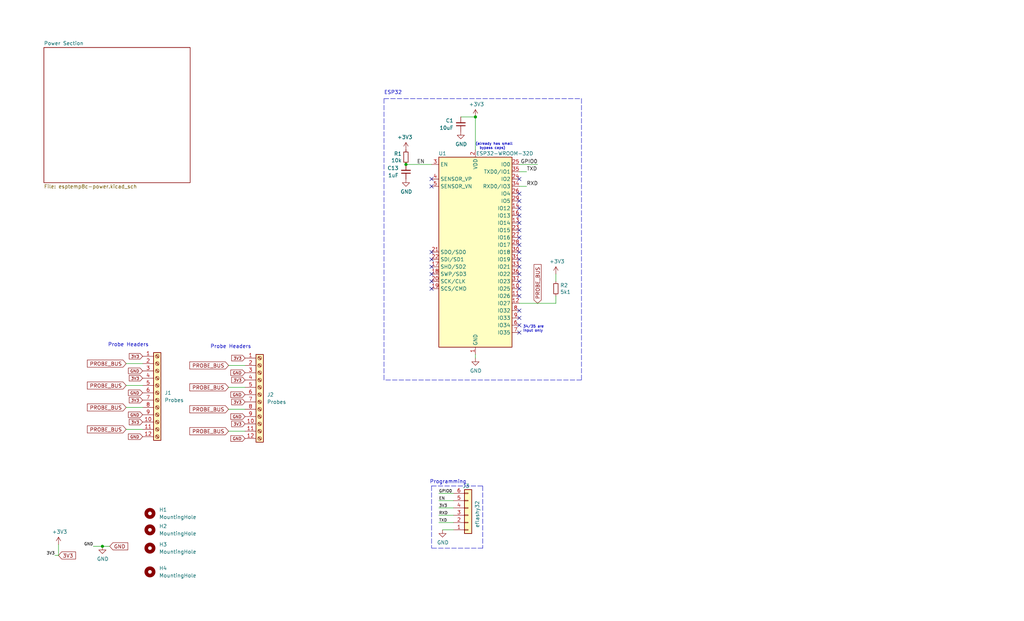
<source format=kicad_sch>
(kicad_sch (version 20211123) (generator eeschema)
  (paper "USLegal")
  (lib_symbols
    (symbol "Connector:Screw_Terminal_01x12" (pin_names (offset 1.016) hide)
      (property "Reference" "J" (at 0 15.24 0))
      (property "Value" "Screw_Terminal_01x12" (at 0 -17.78 0))
      (symbol "Screw_Terminal_01x12_1_1"
        (rectangle (start -1.27 13.97) (end 1.27 -16.51) (stroke (width 0.254)) (fill (type background)))
        (circle (center 0 -15.24) (radius 0.635) (stroke (width 0.1524)))
        (circle (center 0 -12.7) (radius 0.635) (stroke (width 0.1524)))
        (circle (center 0 -10.16) (radius 0.635) (stroke (width 0.1524)))
        (circle (center 0 -7.62) (radius 0.635) (stroke (width 0.1524)))
        (circle (center 0 -5.08) (radius 0.635) (stroke (width 0.1524)))
        (circle (center 0 -2.54) (radius 0.635) (stroke (width 0.1524)))
        (polyline (pts (xy -0.5334 -14.9098) (xy 0.3302 -15.748)) (stroke (width 0.1524)))
        (polyline (pts (xy -0.5334 -12.3698) (xy 0.3302 -13.208)) (stroke (width 0.1524)))
        (polyline (pts (xy -0.5334 -9.8298) (xy 0.3302 -10.668)) (stroke (width 0.1524)))
        (polyline (pts (xy -0.5334 -7.2898) (xy 0.3302 -8.128)) (stroke (width 0.1524)))
        (polyline (pts (xy -0.5334 -4.7498) (xy 0.3302 -5.588)) (stroke (width 0.1524)))
        (polyline (pts (xy -0.5334 -2.2098) (xy 0.3302 -3.048)) (stroke (width 0.1524)))
        (polyline (pts (xy -0.5334 0.3302) (xy 0.3302 -0.508)) (stroke (width 0.1524)))
        (polyline (pts (xy -0.5334 2.8702) (xy 0.3302 2.032)) (stroke (width 0.1524)))
        (polyline (pts (xy -0.5334 5.4102) (xy 0.3302 4.572)) (stroke (width 0.1524)))
        (polyline (pts (xy -0.5334 7.9502) (xy 0.3302 7.112)) (stroke (width 0.1524)))
        (polyline (pts (xy -0.5334 10.4902) (xy 0.3302 9.652)) (stroke (width 0.1524)))
        (polyline (pts (xy -0.5334 13.0302) (xy 0.3302 12.192)) (stroke (width 0.1524)))
        (polyline (pts (xy -0.3556 -14.732) (xy 0.508 -15.5702)) (stroke (width 0.1524)))
        (polyline (pts (xy -0.3556 -12.192) (xy 0.508 -13.0302)) (stroke (width 0.1524)))
        (polyline (pts (xy -0.3556 -9.652) (xy 0.508 -10.4902)) (stroke (width 0.1524)))
        (polyline (pts (xy -0.3556 -7.112) (xy 0.508 -7.9502)) (stroke (width 0.1524)))
        (polyline (pts (xy -0.3556 -4.572) (xy 0.508 -5.4102)) (stroke (width 0.1524)))
        (polyline (pts (xy -0.3556 -2.032) (xy 0.508 -2.8702)) (stroke (width 0.1524)))
        (polyline (pts (xy -0.3556 0.508) (xy 0.508 -0.3302)) (stroke (width 0.1524)))
        (polyline (pts (xy -0.3556 3.048) (xy 0.508 2.2098)) (stroke (width 0.1524)))
        (polyline (pts (xy -0.3556 5.588) (xy 0.508 4.7498)) (stroke (width 0.1524)))
        (polyline (pts (xy -0.3556 8.128) (xy 0.508 7.2898)) (stroke (width 0.1524)))
        (polyline (pts (xy -0.3556 10.668) (xy 0.508 9.8298)) (stroke (width 0.1524)))
        (polyline (pts (xy -0.3556 13.208) (xy 0.508 12.3698)) (stroke (width 0.1524)))
        (circle (center 0 0) (radius 0.635) (stroke (width 0.1524)))
        (circle (center 0 2.54) (radius 0.635) (stroke (width 0.1524)))
        (circle (center 0 5.08) (radius 0.635) (stroke (width 0.1524)))
        (circle (center 0 7.62) (radius 0.635) (stroke (width 0.1524)))
        (circle (center 0 10.16) (radius 0.635) (stroke (width 0.1524)))
        (circle (center 0 12.7) (radius 0.635) (stroke (width 0.1524)))
        (pin passive line (at -5.08 12.7 0) (length 3.81) (name "Pin_1") (number "1"))
        (pin passive line (at -5.08 -10.16 0) (length 3.81) (name "Pin_10") (number "10"))
        (pin passive line (at -5.08 -12.7 0) (length 3.81) (name "Pin_11") (number "11"))
        (pin passive line (at -5.08 -15.24 0) (length 3.81) (name "Pin_12") (number "12"))
        (pin passive line (at -5.08 10.16 0) (length 3.81) (name "Pin_2") (number "2"))
        (pin passive line (at -5.08 7.62 0) (length 3.81) (name "Pin_3") (number "3"))
        (pin passive line (at -5.08 5.08 0) (length 3.81) (name "Pin_4") (number "4"))
        (pin passive line (at -5.08 2.54 0) (length 3.81) (name "Pin_5") (number "5"))
        (pin passive line (at -5.08 0 0) (length 3.81) (name "Pin_6") (number "6"))
        (pin passive line (at -5.08 -2.54 0) (length 3.81) (name "Pin_7") (number "7"))
        (pin passive line (at -5.08 -5.08 0) (length 3.81) (name "Pin_8") (number "8"))
        (pin passive line (at -5.08 -7.62 0) (length 3.81) (name "Pin_9") (number "9"))
      )
    )
    (symbol "Connector_Generic:Conn_01x06" (pin_names (offset 1.016) hide)
      (property "Reference" "J" (at 0 7.62 0))
      (property "Value" "Conn_01x06" (at 0 -10.16 0))
      (symbol "Conn_01x06_1_1"
        (rectangle (start -1.27 -7.493) (end 0 -7.747) (stroke (width 0.1524)))
        (rectangle (start -1.27 -4.953) (end 0 -5.207) (stroke (width 0.1524)))
        (rectangle (start -1.27 -2.413) (end 0 -2.667) (stroke (width 0.1524)))
        (rectangle (start -1.27 0.127) (end 0 -0.127) (stroke (width 0.1524)))
        (rectangle (start -1.27 2.667) (end 0 2.413) (stroke (width 0.1524)))
        (rectangle (start -1.27 5.207) (end 0 4.953) (stroke (width 0.1524)))
        (rectangle (start -1.27 6.35) (end 1.27 -8.89) (stroke (width 0.254)) (fill (type background)))
        (pin passive line (at -5.08 5.08 0) (length 3.81) (name "Pin_1") (number "1"))
        (pin passive line (at -5.08 2.54 0) (length 3.81) (name "Pin_2") (number "2"))
        (pin passive line (at -5.08 0 0) (length 3.81) (name "Pin_3") (number "3"))
        (pin passive line (at -5.08 -2.54 0) (length 3.81) (name "Pin_4") (number "4"))
        (pin passive line (at -5.08 -5.08 0) (length 3.81) (name "Pin_5") (number "5"))
        (pin passive line (at -5.08 -7.62 0) (length 3.81) (name "Pin_6") (number "6"))
      )
    )
    (symbol "Device:C_Small" (pin_numbers hide) (pin_names (offset 0.254) hide)
      (property "Reference" "C" (at 0.254 1.778 0))
      (property "Value" "C_Small" (at 0.254 -2.032 0))
      (symbol "C_Small_0_1"
        (polyline (pts (xy -1.524 -0.508) (xy 1.524 -0.508)) (stroke (width 0.3302)))
        (polyline (pts (xy -1.524 0.508) (xy 1.524 0.508)) (stroke (width 0.3048)))
      )
      (symbol "C_Small_1_1"
        (pin passive line (at 0 2.54 270) (length 2.032) (name "~") (number "1"))
        (pin passive line (at 0 -2.54 90) (length 2.032) (name "~") (number "2"))
      )
    )
    (symbol "Device:R_Small" (pin_numbers hide) (pin_names (offset 0.254) hide)
      (property "Reference" "R" (at 0.762 0.508 0))
      (property "Value" "R_Small" (at 0.762 -1.016 0))
      (symbol "R_Small_0_1"
        (rectangle (start -0.762 1.778) (end 0.762 -1.778) (stroke (width 0.2032)))
      )
      (symbol "R_Small_1_1"
        (pin passive line (at 0 2.54 270) (length 0.762) (name "~") (number "1"))
        (pin passive line (at 0 -2.54 90) (length 0.762) (name "~") (number "2"))
      )
    )
    (symbol "Mechanical:MountingHole" (pin_names (offset 1.016))
      (property "Reference" "H" (at 0 5.08 0))
      (property "Value" "MountingHole" (at 0 3.175 0))
      (symbol "MountingHole_0_1"
        (circle (center 0 0) (radius 1.27) (stroke (width 1.27)))
      )
    )
    (symbol "RF_Module:ESP32-WROOM-32D"
      (property "Reference" "U" (at -12.7 34.29 0))
      (property "Value" "ESP32-WROOM-32D" (at 1.27 34.29 0))
      (symbol "ESP32-WROOM-32D_0_1"
        (rectangle (start -12.7 33.02) (end 12.7 -33.02) (stroke (width 0.254)) (fill (type background)))
      )
      (symbol "ESP32-WROOM-32D_1_1"
        (pin power_in line (at 0 -35.56 90) (length 2.54) (name "GND") (number "1"))
        (pin bidirectional line (at 15.24 -12.7 180) (length 2.54) (name "IO25") (number "10"))
        (pin bidirectional line (at 15.24 -15.24 180) (length 2.54) (name "IO26") (number "11"))
        (pin bidirectional line (at 15.24 -17.78 180) (length 2.54) (name "IO27") (number "12"))
        (pin bidirectional line (at 15.24 10.16 180) (length 2.54) (name "IO14") (number "13"))
        (pin bidirectional line (at 15.24 15.24 180) (length 2.54) (name "IO12") (number "14"))
        (pin passive line (at 0 -35.56 90) (length 2.54) hide (name "GND") (number "15"))
        (pin bidirectional line (at 15.24 12.7 180) (length 2.54) (name "IO13") (number "16"))
        (pin bidirectional line (at -15.24 -5.08 0) (length 2.54) (name "SHD/SD2") (number "17"))
        (pin bidirectional line (at -15.24 -7.62 0) (length 2.54) (name "SWP/SD3") (number "18"))
        (pin bidirectional line (at -15.24 -12.7 0) (length 2.54) (name "SCS/CMD") (number "19"))
        (pin power_in line (at 0 35.56 270) (length 2.54) (name "VDD") (number "2"))
        (pin bidirectional line (at -15.24 -10.16 0) (length 2.54) (name "SCK/CLK") (number "20"))
        (pin bidirectional line (at -15.24 0 0) (length 2.54) (name "SDO/SD0") (number "21"))
        (pin bidirectional line (at -15.24 -2.54 0) (length 2.54) (name "SDI/SD1") (number "22"))
        (pin bidirectional line (at 15.24 7.62 180) (length 2.54) (name "IO15") (number "23"))
        (pin bidirectional line (at 15.24 25.4 180) (length 2.54) (name "IO2") (number "24"))
        (pin bidirectional line (at 15.24 30.48 180) (length 2.54) (name "IO0") (number "25"))
        (pin bidirectional line (at 15.24 20.32 180) (length 2.54) (name "IO4") (number "26"))
        (pin bidirectional line (at 15.24 5.08 180) (length 2.54) (name "IO16") (number "27"))
        (pin bidirectional line (at 15.24 2.54 180) (length 2.54) (name "IO17") (number "28"))
        (pin bidirectional line (at 15.24 17.78 180) (length 2.54) (name "IO5") (number "29"))
        (pin input line (at -15.24 30.48 0) (length 2.54) (name "EN") (number "3"))
        (pin bidirectional line (at 15.24 0 180) (length 2.54) (name "IO18") (number "30"))
        (pin bidirectional line (at 15.24 -2.54 180) (length 2.54) (name "IO19") (number "31"))
        (pin no_connect line (at -12.7 -27.94 0) (length 2.54) hide (name "NC") (number "32"))
        (pin bidirectional line (at 15.24 -5.08 180) (length 2.54) (name "IO21") (number "33"))
        (pin bidirectional line (at 15.24 22.86 180) (length 2.54) (name "RXD0/IO3") (number "34"))
        (pin bidirectional line (at 15.24 27.94 180) (length 2.54) (name "TXD0/IO1") (number "35"))
        (pin bidirectional line (at 15.24 -7.62 180) (length 2.54) (name "IO22") (number "36"))
        (pin bidirectional line (at 15.24 -10.16 180) (length 2.54) (name "IO23") (number "37"))
        (pin passive line (at 0 -35.56 90) (length 2.54) hide (name "GND") (number "38"))
        (pin passive line (at 0 -35.56 90) (length 2.54) hide (name "GND") (number "39"))
        (pin input line (at -15.24 25.4 0) (length 2.54) (name "SENSOR_VP") (number "4"))
        (pin input line (at -15.24 22.86 0) (length 2.54) (name "SENSOR_VN") (number "5"))
        (pin input line (at 15.24 -25.4 180) (length 2.54) (name "IO34") (number "6"))
        (pin input line (at 15.24 -27.94 180) (length 2.54) (name "IO35") (number "7"))
        (pin bidirectional line (at 15.24 -20.32 180) (length 2.54) (name "IO32") (number "8"))
        (pin bidirectional line (at 15.24 -22.86 180) (length 2.54) (name "IO33") (number "9"))
      )
    )
    (symbol "power:+3V3" (power) (pin_names (offset 0))
      (property "Value" "+3V3" (at 0 3.556 0))
      (symbol "+3V3_0_1"
        (polyline (pts (xy -0.762 1.27) (xy 0 2.54)))
        (polyline (pts (xy 0 0) (xy 0 2.54)))
        (polyline (pts (xy 0 2.54) (xy 0.762 1.27)))
      )
      (symbol "+3V3_1_1"
        (pin power_in line (at 0 0 90) (length 0) hide (name "+3V3") (number "1"))
      )
    )
    (symbol "power:GND" (power) (pin_names (offset 0))
      (property "Value" "GND" (at 0 -3.81 0))
      (symbol "GND_0_1"
        (polyline (pts (xy 0 0) (xy 0 -1.27) (xy 1.27 -1.27) (xy 0 -2.54) (xy -1.27 -1.27) (xy 0 -1.27)))
      )
      (symbol "GND_1_1"
        (pin power_in line (at 0 0 270) (length 0) hide (name "GND") (number "1"))
      )
    )
  )
  (junction (at 35.56 189.865))
  (junction (at 165.1 40.64))
  (junction (at 140.97 57.15))
  (no_connect (at 149.86 92.71))
  (no_connect (at 180.34 87.63))
  (no_connect (at 149.86 87.63))
  (no_connect (at 180.34 69.85))
  (no_connect (at 180.34 67.31))
  (no_connect (at 180.34 100.33))
  (no_connect (at 180.34 110.49))
  (no_connect (at 180.34 77.47))
  (no_connect (at 180.34 85.09))
  (no_connect (at 180.34 115.57))
  (no_connect (at 180.34 102.87))
  (no_connect (at 180.34 62.23))
  (no_connect (at 149.86 100.33))
  (no_connect (at 149.86 90.17))
  (no_connect (at 180.34 107.95))
  (no_connect (at 149.86 62.23))
  (no_connect (at 180.34 74.93))
  (no_connect (at 180.34 113.03))
  (no_connect (at 180.34 72.39))
  (no_connect (at 180.34 80.01))
  (no_connect (at 180.34 90.17))
  (no_connect (at 149.86 97.79))
  (no_connect (at 180.34 82.55))
  (no_connect (at 149.86 64.77))
  (no_connect (at 180.34 97.79))
  (no_connect (at 180.34 92.71))
  (no_connect (at 149.86 95.25))
  (no_connect (at 180.34 95.25))
  (wire (pts (xy 160.02 40.64) (xy 165.1 40.64)))
  (wire (pts (xy 157.48 171.45) (xy 152.4 171.45)))
  (wire (pts (xy 43.815 133.985) (xy 49.53 133.985)))
  (polyline (pts (xy 167.64 190.5) (xy 149.86 190.5)))
  (wire (pts (xy 165.1 40.64) (xy 165.1 52.07)))
  (polyline (pts (xy 201.93 132.08) (xy 133.35 132.08)))
  (wire (pts (xy 193.04 105.41) (xy 193.04 102.87)))
  (wire (pts (xy 157.48 181.61) (xy 152.4 181.61)))
  (wire (pts (xy 180.34 59.69) (xy 182.88 59.69)))
  (polyline (pts (xy 201.93 34.29) (xy 201.93 132.08)))
  (wire (pts (xy 32.385 189.865) (xy 35.56 189.865)))
  (wire (pts (xy 140.97 57.15) (xy 149.86 57.15)))
  (wire (pts (xy 35.56 189.865) (xy 38.1 189.865)))
  (wire (pts (xy 193.04 95.25) (xy 193.04 97.79)))
  (wire (pts (xy 79.375 149.86) (xy 85.09 149.86)))
  (polyline (pts (xy 133.35 34.29) (xy 201.93 34.29)))
  (wire (pts (xy 180.34 57.15) (xy 186.69 57.15)))
  (wire (pts (xy 79.375 134.62) (xy 85.09 134.62)))
  (wire (pts (xy 165.1 123.19) (xy 165.1 124.46)))
  (wire (pts (xy 157.48 184.15) (xy 153.67 184.15)))
  (polyline (pts (xy 133.35 34.29) (xy 133.35 132.08)))
  (wire (pts (xy 43.815 149.225) (xy 49.53 149.225)))
  (polyline (pts (xy 167.64 168.91) (xy 167.64 190.5)))
  (wire (pts (xy 20.32 193.04) (xy 19.05 193.04)))
  (wire (pts (xy 157.48 176.53) (xy 152.4 176.53)))
  (wire (pts (xy 180.34 105.41) (xy 193.04 105.41)))
  (wire (pts (xy 43.815 141.605) (xy 49.53 141.605)))
  (polyline (pts (xy 149.86 168.91) (xy 149.86 190.5)))
  (wire (pts (xy 43.815 126.365) (xy 49.53 126.365)))
  (wire (pts (xy 157.48 173.99) (xy 152.4 173.99)))
  (wire (pts (xy 157.48 179.07) (xy 152.4 179.07)))
  (wire (pts (xy 182.88 64.77) (xy 180.34 64.77)))
  (wire (pts (xy 79.375 127) (xy 85.09 127)))
  (wire (pts (xy 20.32 189.23) (xy 20.32 193.04)))
  (wire (pts (xy 79.375 142.24) (xy 85.09 142.24)))
  (polyline (pts (xy 149.86 168.91) (xy 167.64 168.91)))
  (text "34/35 are\ninput only" (at 181.61 115.57 0) (effects (font (size 0.889 0.889)) (justify left bottom)))
  (text "ESP32" (at 133.35 33.02 0) (effects (font (size 1.27 1.27)) (justify left bottom)))
  (text "Probe Headers" (at 37.465 120.65 0) (effects (font (size 1.27 1.27)) (justify left bottom)))
  (text "(already has small \n  bypass caps)" (at 165.1 52.07 0) (effects (font (size 0.889 0.889)) (justify left bottom)))
  (text "Probe Headers" (at 73.025 121.285 0) (effects (font (size 1.27 1.27)) (justify left bottom)))
  (text "Programming" (at 149.225 168.275 0) (effects (font (size 1.27 1.27)) (justify left bottom)))
  (label "TXD" (at 182.88 59.69 0))
  (label "EN" (at 144.78 57.15 0))
  (label "GPIO0" (at 152.4 171.45 0) (effects (font (size 0.9906 0.9906))))
  (label "EN" (at 152.4 173.99 0) (effects (font (size 0.9906 0.9906))))
  (label "3V3" (at 152.4 176.53 0) (effects (font (size 0.9906 0.9906))))
  (label "3V3" (at 19.05 193.04 180) (effects (font (size 0.9906 0.9906))))
  (label "GPIO0" (at 186.69 57.15 180))
  (label "RXD" (at 182.88 64.77 0))
  (label "RXD" (at 152.4 179.07 0) (effects (font (size 0.9906 0.9906))))
  (label "TXD" (at 152.4 181.61 0) (effects (font (size 0.9906 0.9906))))
  (label "GND" (at 32.385 189.865 180) (effects (font (size 0.9906 0.9906))))
  (global_label "3V3" (shape input) (at 85.09 147.32 180) (effects (font (size 1 1))) (property "Intersheet References" "${INTERSHEET_REFS}" (effects hide)))
  (global_label "GND" (shape input) (at 49.53 128.905 180) (effects (font (size 1 1))) (property "Intersheet References" "${INTERSHEET_REFS}" (effects hide)))
  (global_label "3V3" (shape input) (at 85.09 132.08 180) (effects (font (size 1 1))) (property "Intersheet References" "${INTERSHEET_REFS}" (effects hide)))
  (global_label "PROBE_BUS" (shape input) (at 43.815 141.605 180) (property "Intersheet References" "${INTERSHEET_REFS}" (effects hide)))
  (global_label "3V3" (shape input) (at 49.53 123.825 180) (effects (font (size 1 1))) (property "Intersheet References" "${INTERSHEET_REFS}" (effects hide)))
  (global_label "PROBE_BUS" (shape input) (at 43.815 133.985 180) (property "Intersheet References" "${INTERSHEET_REFS}" (effects hide)))
  (global_label "GND" (shape input) (at 38.1 189.865 0) (property "Intersheet References" "${INTERSHEET_REFS}" (effects hide)))
  (global_label "GND" (shape input) (at 85.09 137.16 180) (effects (font (size 1 1))) (property "Intersheet References" "${INTERSHEET_REFS}" (effects hide)))
  (global_label "GND" (shape input) (at 49.53 136.525 180) (effects (font (size 1 1))) (property "Intersheet References" "${INTERSHEET_REFS}" (effects hide)))
  (global_label "3V3" (shape input) (at 49.53 139.065 180) (effects (font (size 1 1))) (property "Intersheet References" "${INTERSHEET_REFS}" (effects hide)))
  (global_label "GND" (shape input) (at 85.09 129.54 180) (effects (font (size 1 1))) (property "Intersheet References" "${INTERSHEET_REFS}" (effects hide)))
  (global_label "PROBE_BUS" (shape input) (at 43.815 126.365 180) (property "Intersheet References" "${INTERSHEET_REFS}" (effects hide)))
  (global_label "GND" (shape input) (at 49.53 151.765 180) (effects (font (size 1 1))) (property "Intersheet References" "${INTERSHEET_REFS}" (effects hide)))
  (global_label "3V3" (shape input) (at 49.53 146.685 180) (effects (font (size 1 1))) (property "Intersheet References" "${INTERSHEET_REFS}" (effects hide)))
  (global_label "PROBE_BUS" (shape input) (at 43.815 149.225 180) (property "Intersheet References" "${INTERSHEET_REFS}" (effects hide)))
  (global_label "GND" (shape input) (at 85.09 144.78 180) (effects (font (size 1 1))) (property "Intersheet References" "${INTERSHEET_REFS}" (effects hide)))
  (global_label "3V3" (shape input) (at 85.09 124.46 180) (effects (font (size 1 1))) (property "Intersheet References" "${INTERSHEET_REFS}" (effects hide)))
  (global_label "3V3" (shape input) (at 20.32 193.04 0) (property "Intersheet References" "${INTERSHEET_REFS}" (effects hide)))
  (global_label "PROBE_BUS" (shape input) (at 79.375 149.86 180) (property "Intersheet References" "${INTERSHEET_REFS}" (effects hide)))
  (global_label "PROBE_BUS" (shape input) (at 79.375 134.62 180) (property "Intersheet References" "${INTERSHEET_REFS}" (effects hide)))
  (global_label "PROBE_BUS" (shape input) (at 79.375 142.24 180) (property "Intersheet References" "${INTERSHEET_REFS}" (effects hide)))
  (global_label "PROBE_BUS" (shape input) (at 79.375 127 180) (property "Intersheet References" "${INTERSHEET_REFS}" (effects hide)))
  (global_label "PROBE_BUS" (shape input) (at 186.69 105.41 90) (property "Intersheet References" "${INTERSHEET_REFS}" (effects hide)))
  (global_label "GND" (shape input) (at 49.53 144.145 180) (effects (font (size 1 1))) (property "Intersheet References" "${INTERSHEET_REFS}" (effects hide)))
  (global_label "3V3" (shape input) (at 85.09 139.7 180) (effects (font (size 1 1))) (property "Intersheet References" "${INTERSHEET_REFS}" (effects hide)))
  (global_label "GND" (shape input) (at 85.09 152.4 180) (effects (font (size 1 1))) (property "Intersheet References" "${INTERSHEET_REFS}" (effects hide)))
  (global_label "3V3" (shape input) (at 49.53 131.445 180) (effects (font (size 1 1))) (property "Intersheet References" "${INTERSHEET_REFS}" (effects hide)))
  (symbol (lib_id "power:+3V3") (at 165.1 40.64 0) (unit 1)
    (property "Reference" "#PWR01" (effects hide))
    (property "Value" "+3V3" (at 165.481 36.2458 0))
  )
  (symbol (lib_id "Device:R_Small") (at 193.04 100.33 0) (unit 1)
    (property "Reference" "R2" (at 194.5386 99.1616 0) (effects (justify left)))
    (property "Value" "5k1" (at 194.5386 101.473 0) (effects (justify left)))
    (property "Footprint" "Resistor_SMD:R_0402_1005Metric" (effects hide))
    (property "LCSC" "C25905" (effects hide))
  )
  (symbol (lib_id "power:GND") (at 160.02 45.72 0) (unit 1)
    (property "Reference" "#PWR02" (effects hide))
    (property "Value" "GND" (at 160.147 50.1142 0))
  )
  (symbol (lib_id "Connector:Screw_Terminal_01x12") (at 54.61 136.525 0) (unit 1)
    (property "Reference" "J1" (at 57.15 136.5249 0) (effects (justify left)))
    (property "Value" "Probes" (at 57.15 139.0649 0) (effects (justify left)))
    (property "Footprint" "TerminalBlock_Phoenix:TerminalBlock_Phoenix_MPT-0,5-12-2.54_1x12_P2.54mm_Horizontal" (effects hide))
  )
  (symbol (lib_id "Connector:Screw_Terminal_01x12") (at 90.17 137.16 0) (unit 1)
    (property "Reference" "J2" (at 92.71 137.1599 0) (effects (justify left)))
    (property "Value" "Probes" (at 92.71 139.6999 0) (effects (justify left)))
    (property "Footprint" "TerminalBlock_Phoenix:TerminalBlock_Phoenix_MPT-0,5-12-2.54_1x12_P2.54mm_Horizontal" (effects hide))
  )
  (symbol (lib_id "power:+3V3") (at 140.97 52.07 0) (mirror y) (unit 1)
    (property "Reference" "#PWR03" (effects hide))
    (property "Value" "+3V3" (at 140.589 47.6758 0))
  )
  (symbol (lib_id "Connector_Generic:Conn_01x06") (at 162.56 179.07 0) (mirror x) (unit 1)
    (property "Reference" "J3" (at 160.655 168.91 0) (effects (justify left)))
    (property "Value" "eflashy32" (at 165.735 173.99 90) (effects (justify left)))
    (property "Footprint" "Connector_PinHeader_2.54mm:PinHeader_1x06_P2.54mm_Vertical" (effects hide))
    (property "LCSC" "DNP" (effects hide))
  )
  (symbol (lib_id "Device:C_Small") (at 160.02 43.18 0) (mirror x) (unit 1)
    (property "Reference" "C1" (at 157.48 41.9099 0) (effects (justify right)))
    (property "Value" "10uF" (at 157.48 44.4499 0) (effects (justify right)))
    (property "Footprint" "Capacitor_SMD:C_0805_2012Metric" (effects hide))
    (property "LCSC" "C15850" (effects hide))
  )
  (symbol (lib_id "power:GND") (at 140.97 62.23 0) (unit 1)
    (property "Reference" "#PWR024" (effects hide))
    (property "Value" "GND" (at 141.097 66.6242 0))
  )
  (symbol (lib_id "Mechanical:MountingHole") (at 52.07 178.435 0) (unit 1)
    (property "Reference" "H1" (at 55.245 177.1649 0) (effects (justify left)))
    (property "Value" "MountingHole" (at 55.245 179.7049 0) (effects (justify left)))
    (property "Footprint" "MountingHole:MountingHole_3.2mm_M3" (effects hide))
  )
  (symbol (lib_id "Mechanical:MountingHole") (at 52.07 190.5 0) (unit 1)
    (property "Reference" "H3" (at 55.245 189.2299 0) (effects (justify left)))
    (property "Value" "MountingHole" (at 55.245 191.7699 0) (effects (justify left)))
    (property "Footprint" "MountingHole:MountingHole_3.2mm_M3" (effects hide))
  )
  (symbol (lib_id "Device:R_Small") (at 140.97 54.61 0) (mirror x) (unit 1)
    (property "Reference" "R1" (at 139.4968 53.4416 0) (effects (justify right)))
    (property "Value" "10k" (at 139.4968 55.753 0) (effects (justify right)))
    (property "Footprint" "Resistor_SMD:R_0402_1005Metric" (effects hide))
    (property "LCSC" "C25744" (effects hide))
  )
  (symbol (lib_id "Mechanical:MountingHole") (at 52.07 184.15 0) (unit 1)
    (property "Reference" "H2" (at 55.245 182.8799 0) (effects (justify left)))
    (property "Value" "MountingHole" (at 55.245 185.4199 0) (effects (justify left)))
    (property "Footprint" "MountingHole:MountingHole_3.2mm_M3" (effects hide))
  )
  (symbol (lib_id "Mechanical:MountingHole") (at 52.07 198.755 0) (unit 1)
    (property "Reference" "H4" (at 55.245 197.4849 0) (effects (justify left)))
    (property "Value" "MountingHole" (at 55.245 200.0249 0) (effects (justify left)))
    (property "Footprint" "MountingHole:MountingHole_3.2mm_M3" (effects hide))
  )
  (symbol (lib_id "Device:C_Small") (at 140.97 59.69 0) (mirror x) (unit 1)
    (property "Reference" "C13" (at 138.43 58.4135 0) (effects (justify right)))
    (property "Value" "1uF" (at 138.43 60.9535 0) (effects (justify right)))
    (property "Footprint" "Capacitor_SMD:C_0603_1608Metric" (effects hide))
    (property "LCSC" "C15849" (effects hide))
  )
  (symbol (lib_id "power:+3V3") (at 20.32 189.23 0) (unit 1)
    (property "Reference" "#PWR07" (effects hide))
    (property "Value" "+3V3" (at 20.701 184.8358 0))
  )
  (symbol (lib_id "power:+3V3") (at 193.04 95.25 0) (unit 1)
    (property "Reference" "#PWR04" (effects hide))
    (property "Value" "+3V3" (at 193.421 90.8558 0))
  )
  (symbol (lib_id "RF_Module:ESP32-WROOM-32D") (at 165.1 87.63 0) (unit 1)
    (property "Reference" "U1" (at 153.67 53.34 0))
    (property "Value" "ESP32-WROOM-32D" (at 175.26 53.34 0))
    (property "Footprint" "RF_Module:ESP32-WROOM-32" (effects hide))
    (property "Datasheet" "https://www.espressif.com/sites/default/files/documentation/esp32-wroom-32d_esp32-wroom-32u_datasheet_en.pdf" (effects hide))
    (property "LCSC" "C701342" (effects hide))
  )
  (symbol (lib_id "power:GND") (at 153.67 184.15 0) (unit 1)
    (property "Reference" "#PWR06" (effects hide))
    (property "Value" "GND" (at 153.797 188.5442 0))
  )
  (symbol (lib_id "power:GND") (at 35.56 189.865 0) (unit 1)
    (property "Reference" "#PWR08" (effects hide))
    (property "Value" "GND" (at 35.687 194.2592 0))
  )
  (symbol (lib_id "power:GND") (at 165.1 124.46 0) (unit 1)
    (property "Reference" "#PWR05" (effects hide))
    (property "Value" "GND" (at 165.227 128.8542 0))
  )
  (sheet (at 15.24 16.51) (size 50.8 46.99) (stroke (width 0.1524))
    (property "Sheet name" "Power Section" (at 15.24 15.7984 0) (effects (justify left bottom)))
    (property "Sheet file" "esptemp8c-power.kicad_sch" (at 15.24 64.0846 0) (effects (justify left top)))
  )
)
</source>
